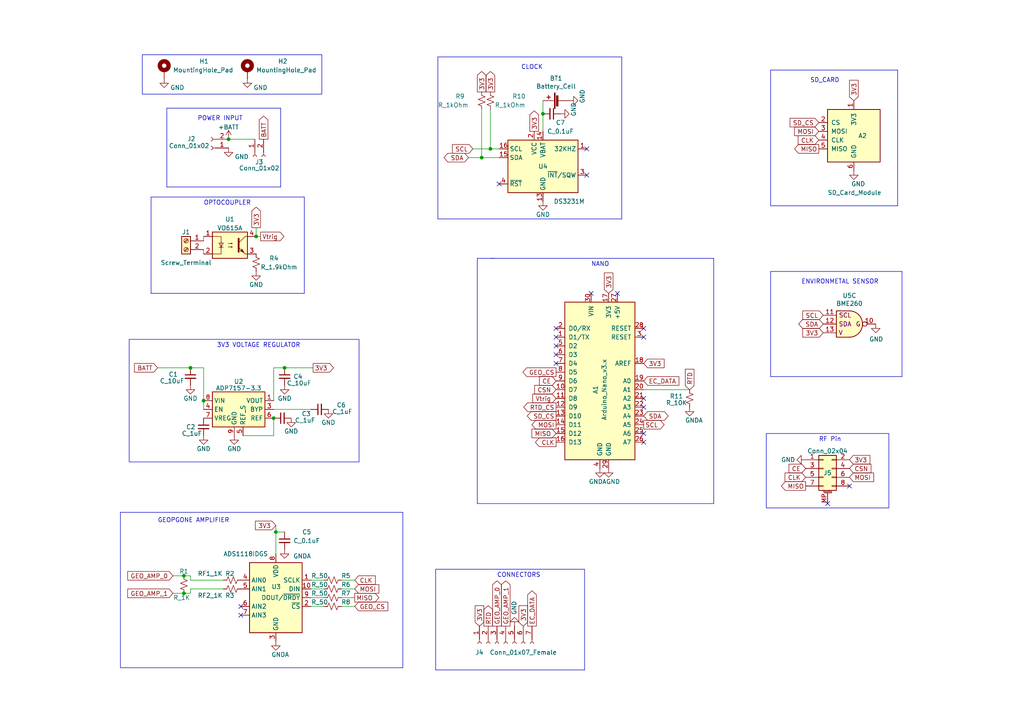
<source format=kicad_sch>
(kicad_sch (version 20230121) (generator eeschema)
  (paper "A4")
  (title_block (title "PENETROMETER BOARD") (date "2023-05-05") (company "ARTS LAB"))
  (lib_symbols
    (symbol "4xxx:4023" (pin_names (offset 1.016))
      (property "Reference" "U" (at 0 1.27 0))
      (property "Value" "4023" (at 0 -1.27 0))
      (symbol "4023_1_1"
        (arc (start 0 -3.81) (mid 3.7934 0) (end 0 3.81) (stroke (width 0.254)) (fill (type background)))
        (polyline (pts (xy 0 3.81) (xy -3.81 3.81) (xy -3.81 -3.81) (xy 0 -3.81)) (stroke (width 0.254)) (fill (type background)))
        (pin input line (at -7.62 2.54 0) (length 3.81) (name "~") (number "1"))
        (pin input line (at -7.62 0 0) (length 3.81) (name "~") (number "2"))
        (pin input line (at -7.62 -2.54 0) (length 3.81) (name "~") (number "8"))
        (pin output inverted (at 7.62 0 180) (length 3.81) (name "~") (number "9"))
      )
      (symbol "4023_1_2"
        (arc (start -3.81 -3.81) (mid -2.589 0) (end -3.81 3.81) (stroke (width 0.254)))
        (arc (start -0.6096 -3.81) (mid 2.1842 -2.5851) (end 3.81 0) (stroke (width 0.254)) (fill (type background)))
        (polyline (pts (xy -3.81 -3.81) (xy -0.635 -3.81)) (stroke (width 0.254)) (fill (type background)))
        (polyline (pts (xy -3.81 3.81) (xy -0.635 3.81)) (stroke (width 0.254)) (fill (type background)))
        (polyline (pts (xy -0.635 3.81) (xy -3.81 3.81) (xy -3.81 3.81) (xy -3.556 3.4036) (xy -3.0226 2.2606) (xy -2.6924 1.0414) (xy -2.6162 -0.254) (xy -2.7686 -1.4986) (xy -3.175 -2.7178) (xy -3.81 -3.81) (xy -3.81 -3.81) (xy -0.635 -3.81)) (stroke (width -25.4)) (fill (type background)))
        (arc (start 3.81 0) (mid 2.1915 2.5936) (end -0.6096 3.81) (stroke (width 0.254)) (fill (type background)))
        (pin input inverted (at -7.62 2.54 0) (length 4.318) (name "~") (number "1"))
        (pin input inverted (at -7.62 0 0) (length 4.953) (name "~") (number "2"))
        (pin input inverted (at -7.62 -2.54 0) (length 4.318) (name "~") (number "8"))
        (pin output line (at 7.62 0 180) (length 3.81) (name "~") (number "9"))
      )
      (symbol "4023_2_1"
        (arc (start 0 -3.81) (mid 3.7934 0) (end 0 3.81) (stroke (width 0.254)) (fill (type background)))
        (polyline (pts (xy 0 3.81) (xy -3.81 3.81) (xy -3.81 -3.81) (xy 0 -3.81)) (stroke (width 0.254)) (fill (type background)))
        (pin input line (at -7.62 2.54 0) (length 3.81) (name "~") (number "3"))
        (pin input line (at -7.62 0 0) (length 3.81) (name "~") (number "4"))
        (pin input line (at -7.62 -2.54 0) (length 3.81) (name "~") (number "5"))
        (pin output inverted (at 7.62 0 180) (length 3.81) (name "~") (number "6"))
      )
      (symbol "4023_2_2"
        (arc (start -3.81 -3.81) (mid -2.589 0) (end -3.81 3.81) (stroke (width 0.254)))
        (arc (start -0.6096 -3.81) (mid 2.1842 -2.5851) (end 3.81 0) (stroke (width 0.254)) (fill (type background)))
        (polyline (pts (xy -3.81 -3.81) (xy -0.635 -3.81)) (stroke (width 0.254)) (fill (type background)))
        (polyline (pts (xy -3.81 3.81) (xy -0.635 3.81)) (stroke (width 0.254)) (fill (type background)))
        (polyline (pts (xy -0.635 3.81) (xy -3.81 3.81) (xy -3.81 3.81) (xy -3.556 3.4036) (xy -3.0226 2.2606) (xy -2.6924 1.0414) (xy -2.6162 -0.254) (xy -2.7686 -1.4986) (xy -3.175 -2.7178) (xy -3.81 -3.81) (xy -3.81 -3.81) (xy -0.635 -3.81)) (stroke (width -25.4)) (fill (type background)))
        (arc (start 3.81 0) (mid 2.1915 2.5936) (end -0.6096 3.81) (stroke (width 0.254)) (fill (type background)))
        (pin input inverted (at -7.62 2.54 0) (length 4.318) (name "~") (number "3"))
        (pin input inverted (at -7.62 0 0) (length 4.953) (name "~") (number "4"))
        (pin input inverted (at -7.62 -2.54 0) (length 4.318) (name "~") (number "5"))
        (pin output line (at 7.62 0 180) (length 3.81) (name "~") (number "6"))
      )
      (symbol "4023_3_1"
        (arc (start 0 -3.81) (mid 3.7934 0) (end 0 3.81) (stroke (width 0.254)) (fill (type background)))
        (polyline (pts (xy 0 3.81) (xy -3.81 3.81) (xy -3.81 -3.81) (xy 0 -3.81)) (stroke (width 0.254)) (fill (type background)))
        (pin output inverted (at 7.62 0 180) (length 3.81) (name "~") (number "10"))
        (pin input line (at -7.62 2.54 0) (length 3.81) (name "~") (number "11"))
        (pin input line (at -7.62 0 0) (length 3.81) (name "~") (number "12"))
        (pin input line (at -7.62 -2.54 0) (length 3.81) (name "~") (number "13"))
      )
      (symbol "4023_3_2"
        (arc (start -3.81 -3.81) (mid -2.589 0) (end -3.81 3.81) (stroke (width 0.254)))
        (arc (start -0.6096 -3.81) (mid 2.1842 -2.5851) (end 3.81 0) (stroke (width 0.254)) (fill (type background)))
        (polyline (pts (xy -3.81 -3.81) (xy -0.635 -3.81)) (stroke (width 0.254)) (fill (type background)))
        (polyline (pts (xy -3.81 3.81) (xy -0.635 3.81)) (stroke (width 0.254)) (fill (type background)))
        (polyline (pts (xy -0.635 3.81) (xy -3.81 3.81) (xy -3.81 3.81) (xy -3.556 3.4036) (xy -3.0226 2.2606) (xy -2.6924 1.0414) (xy -2.6162 -0.254) (xy -2.7686 -1.4986) (xy -3.175 -2.7178) (xy -3.81 -3.81) (xy -3.81 -3.81) (xy -0.635 -3.81)) (stroke (width -25.4)) (fill (type background)))
        (arc (start 3.81 0) (mid 2.1915 2.5936) (end -0.6096 3.81) (stroke (width 0.254)) (fill (type background)))
        (pin output line (at 7.62 0 180) (length 3.81) (name "~") (number "10"))
        (pin input inverted (at -7.62 2.54 0) (length 4.318) (name "~") (number "11"))
        (pin input inverted (at -7.62 0 0) (length 4.953) (name "~") (number "12"))
        (pin input inverted (at -7.62 -2.54 0) (length 4.318) (name "~") (number "13"))
      )
      (symbol "4023_4_0"
        (pin power_in line (at 0 12.7 270) (length 5.08) (name "VDD") (number "14"))
        (pin power_in line (at 0 -12.7 90) (length 5.08) (name "VSS") (number "7"))
      )
      (symbol "4023_4_1"
        (rectangle (start -5.08 7.62) (end 5.08 -7.62) (stroke (width 0.254)) (fill (type background)))
      )
    )
    (symbol "Analog_ADC:ADS1118IDGS"
      (property "Reference" "U" (at 1.27 13.97 0))
      (property "Value" "ADS1118IDGS" (at 1.27 11.43 0))
      (symbol "ADS1118IDGS_0_1"
        (rectangle (start 7.62 10.16) (end -7.62 -10.16) (stroke (width 0.254)) (fill (type background)))
      )
      (symbol "ADS1118IDGS_1_1"
        (pin input line (at 10.16 5.08 180) (length 2.54) (name "SCLK") (number "1"))
        (pin input line (at 10.16 2.54 180) (length 2.54) (name "DIN") (number "10"))
        (pin input line (at 10.16 -2.54 180) (length 2.54) (name "~{CS}") (number "2"))
        (pin power_in line (at 0 -12.7 90) (length 2.54) (name "GND") (number "3"))
        (pin input line (at -10.16 5.08 0) (length 2.54) (name "AIN0") (number "4"))
        (pin input line (at -10.16 2.54 0) (length 2.54) (name "AIN1") (number "5"))
        (pin input line (at -10.16 -2.54 0) (length 2.54) (name "AIN2") (number "6"))
        (pin input line (at -10.16 -5.08 0) (length 2.54) (name "AIN3") (number "7"))
        (pin power_in line (at 0 12.7 270) (length 2.54) (name "VDD") (number "8"))
        (pin output line (at 10.16 0 180) (length 2.54) (name "DOUT/~{DRDY}") (number "9"))
      )
    )
    (symbol "Connector:Conn_01x02_Female" (pin_names (offset 1.016) hide)
      (property "Reference" "J" (at 0 2.54 0))
      (property "Value" "Conn_01x02_Female" (at 0 -5.08 0))
      (symbol "Conn_01x02_Female_1_1"
        (arc (start 0 -2.032) (mid -0.5058 -2.54) (end 0 -3.048) (stroke (width 0.1524)))
        (polyline (pts (xy -1.27 -2.54) (xy -0.508 -2.54)) (stroke (width 0.1524)))
        (polyline (pts (xy -1.27 0) (xy -0.508 0)) (stroke (width 0.1524)))
        (arc (start 0 0.508) (mid -0.5058 0) (end 0 -0.508) (stroke (width 0.1524)))
        (pin passive line (at -5.08 0 0) (length 3.81) (name "Pin_1") (number "1"))
        (pin passive line (at -5.08 -2.54 0) (length 3.81) (name "Pin_2") (number "2"))
      )
    )
    (symbol "Connector:Conn_01x07_Female" (pin_names (offset 1.016) hide)
      (property "Reference" "J" (at 0 10.16 0))
      (property "Value" "Conn_01x07_Female" (at 0 -10.16 0))
      (symbol "Conn_01x07_Female_1_1"
        (arc (start 0 -7.112) (mid -0.5058 -7.62) (end 0 -8.128) (stroke (width 0.1524)))
        (arc (start 0 -4.572) (mid -0.5058 -5.08) (end 0 -5.588) (stroke (width 0.1524)))
        (arc (start 0 -2.032) (mid -0.5058 -2.54) (end 0 -3.048) (stroke (width 0.1524)))
        (polyline (pts (xy -1.27 -7.62) (xy -0.508 -7.62)) (stroke (width 0.1524)))
        (polyline (pts (xy -1.27 -5.08) (xy -0.508 -5.08)) (stroke (width 0.1524)))
        (polyline (pts (xy -1.27 -2.54) (xy -0.508 -2.54)) (stroke (width 0.1524)))
        (polyline (pts (xy -1.27 0) (xy -0.508 0)) (stroke (width 0.1524)))
        (polyline (pts (xy -1.27 2.54) (xy -0.508 2.54)) (stroke (width 0.1524)))
        (polyline (pts (xy -1.27 5.08) (xy -0.508 5.08)) (stroke (width 0.1524)))
        (polyline (pts (xy -1.27 7.62) (xy -0.508 7.62)) (stroke (width 0.1524)))
        (arc (start 0 0.508) (mid -0.5058 0) (end 0 -0.508) (stroke (width 0.1524)))
        (arc (start 0 3.048) (mid -0.5058 2.54) (end 0 2.032) (stroke (width 0.1524)))
        (arc (start 0 5.588) (mid -0.5058 5.08) (end 0 4.572) (stroke (width 0.1524)))
        (arc (start 0 8.128) (mid -0.5058 7.62) (end 0 7.112) (stroke (width 0.1524)))
        (pin passive line (at -5.08 7.62 0) (length 3.81) (name "Pin_1") (number "1"))
        (pin passive line (at -5.08 5.08 0) (length 3.81) (name "Pin_2") (number "2"))
        (pin passive line (at -5.08 2.54 0) (length 3.81) (name "Pin_3") (number "3"))
        (pin passive line (at -5.08 0 0) (length 3.81) (name "Pin_4") (number "4"))
        (pin passive line (at -5.08 -2.54 0) (length 3.81) (name "Pin_5") (number "5"))
        (pin passive line (at -5.08 -5.08 0) (length 3.81) (name "Pin_6") (number "6"))
        (pin passive line (at -5.08 -7.62 0) (length 3.81) (name "Pin_7") (number "7"))
      )
    )
    (symbol "Connector:Screw_Terminal_01x02" (pin_names (offset 1.016) hide)
      (property "Reference" "J" (at 0 2.54 0))
      (property "Value" "Screw_Terminal_01x02" (at 0 -5.08 0))
      (symbol "Screw_Terminal_01x02_1_1"
        (rectangle (start -1.27 1.27) (end 1.27 -3.81) (stroke (width 0.254)) (fill (type background)))
        (circle (center 0 -2.54) (radius 0.635) (stroke (width 0.1524)))
        (polyline (pts (xy -0.5334 -2.2098) (xy 0.3302 -3.048)) (stroke (width 0.1524)))
        (polyline (pts (xy -0.5334 0.3302) (xy 0.3302 -0.508)) (stroke (width 0.1524)))
        (polyline (pts (xy -0.3556 -2.032) (xy 0.508 -2.8702)) (stroke (width 0.1524)))
        (polyline (pts (xy -0.3556 0.508) (xy 0.508 -0.3302)) (stroke (width 0.1524)))
        (circle (center 0 0) (radius 0.635) (stroke (width 0.1524)))
        (pin passive line (at -5.08 0 0) (length 3.81) (name "Pin_1") (number "1"))
        (pin passive line (at -5.08 -2.54 0) (length 3.81) (name "Pin_2") (number "2"))
      )
    )
    (symbol "Connector_Generic_MountingPin:Conn_02x04_Odd_Even_MountingPin" (pin_names (offset 1.016) hide)
      (property "Reference" "J" (at 1.27 5.08 0))
      (property "Value" "Conn_02x04_Odd_Even_MountingPin" (at 2.54 -7.62 0))
      (symbol "Conn_02x04_Odd_Even_MountingPin_1_1"
        (rectangle (start -1.27 -4.953) (end 0 -5.207) (stroke (width 0.1524)))
        (rectangle (start -1.27 -2.413) (end 0 -2.667) (stroke (width 0.1524)))
        (rectangle (start -1.27 0.127) (end 0 -0.127) (stroke (width 0.1524)))
        (rectangle (start -1.27 2.667) (end 0 2.413) (stroke (width 0.1524)))
        (rectangle (start -1.27 3.81) (end 3.81 -6.35) (stroke (width 0.254)) (fill (type background)))
        (polyline (pts (xy 0.254 -7.112) (xy 2.286 -7.112)) (stroke (width 0.1524)))
        (rectangle (start 3.81 -4.953) (end 2.54 -5.207) (stroke (width 0.1524)))
        (rectangle (start 3.81 -2.413) (end 2.54 -2.667) (stroke (width 0.1524)))
        (rectangle (start 3.81 0.127) (end 2.54 -0.127) (stroke (width 0.1524)))
        (rectangle (start 3.81 2.667) (end 2.54 2.413) (stroke (width 0.1524)))
        (text "Mounting" (at 1.27 -6.731 0) (effects (font (size 0.381 0.381))))
        (pin passive line (at -5.08 2.54 0) (length 3.81) (name "Pin_1") (number "1"))
        (pin passive line (at 7.62 2.54 180) (length 3.81) (name "Pin_2") (number "2"))
        (pin passive line (at -5.08 0 0) (length 3.81) (name "Pin_3") (number "3"))
        (pin passive line (at 7.62 0 180) (length 3.81) (name "Pin_4") (number "4"))
        (pin passive line (at -5.08 -2.54 0) (length 3.81) (name "Pin_5") (number "5"))
        (pin passive line (at 7.62 -2.54 180) (length 3.81) (name "Pin_6") (number "6"))
        (pin passive line (at -5.08 -5.08 0) (length 3.81) (name "Pin_7") (number "7"))
        (pin passive line (at 7.62 -5.08 180) (length 3.81) (name "Pin_8") (number "8"))
        (pin passive line (at 1.27 -10.16 90) (length 3.048) (name "MountPin") (number "MP"))
      )
    )
    (symbol "Device:Battery_Cell" (pin_numbers hide) (pin_names (offset 0) hide)
      (property "Reference" "BT" (at 2.54 2.54 0))
      (property "Value" "Battery_Cell" (at 2.54 0 0))
      (symbol "Battery_Cell_0_1"
        (rectangle (start -2.286 1.778) (end 2.286 1.524) (fill (type outline)))
        (rectangle (start -1.5748 1.1938) (end 1.4732 0.6858) (fill (type outline)))
        (polyline (pts (xy 0 0.762) (xy 0 0)))
        (polyline (pts (xy 0 1.778) (xy 0 2.54)))
        (polyline (pts (xy 0.508 3.429) (xy 1.524 3.429)) (stroke (width 0.254)))
        (polyline (pts (xy 1.016 3.937) (xy 1.016 2.921)) (stroke (width 0.254)))
      )
      (symbol "Battery_Cell_1_1"
        (pin passive line (at 0 5.08 270) (length 2.54) (name "+") (number "1"))
        (pin passive line (at 0 -2.54 90) (length 2.54) (name "-") (number "2"))
      )
    )
    (symbol "Device:C_Small" (pin_numbers hide) (pin_names (offset 0.254) hide)
      (property "Reference" "C" (at 0.254 1.778 0))
      (property "Value" "C_Small" (at 0.254 -2.032 0))
      (symbol "C_Small_0_1"
        (polyline (pts (xy -1.524 -0.508) (xy 1.524 -0.508)) (stroke (width 0.3302)))
        (polyline (pts (xy -1.524 0.508) (xy 1.524 0.508)) (stroke (width 0.3048)))
      )
      (symbol "C_Small_1_1"
        (pin passive line (at 0 2.54 270) (length 2.032) (name "~") (number "1"))
        (pin passive line (at 0 -2.54 90) (length 2.032) (name "~") (number "2"))
      )
    )
    (symbol "Device:R_Small_US" (pin_numbers hide) (pin_names (offset 0.254) hide)
      (property "Reference" "R" (at 0.762 0.508 0))
      (property "Value" "R_Small_US" (at 0.762 -1.016 0))
      (symbol "R_Small_US_1_1"
        (polyline (pts (xy 0 0) (xy 1.016 -0.381) (xy 0 -0.762) (xy -1.016 -1.143) (xy 0 -1.524)))
        (polyline (pts (xy 0 1.524) (xy 1.016 1.143) (xy 0 0.762) (xy -1.016 0.381) (xy 0 0)))
        (pin passive line (at 0 2.54 270) (length 1.016) (name "~") (number "1"))
        (pin passive line (at 0 -2.54 90) (length 1.016) (name "~") (number "2"))
      )
    )
    (symbol "Isolator:VO615A" (pin_names (offset 0.762))
      (property "Reference" "U" (at 0 7.62 0))
      (property "Value" "VO615A" (at 0 5.08 0))
      (symbol "VO615A_0_1"
        (rectangle (start -5.08 3.81) (end 5.08 -3.81) (stroke (width 0.254)) (fill (type background)))
        (polyline (pts (xy -3.175 -0.635) (xy -1.905 -0.635)))
        (polyline (pts (xy 2.54 0.635) (xy 4.445 2.54)))
        (polyline (pts (xy 4.445 -2.54) (xy 2.54 -0.635)) (fill (type outline)))
        (polyline (pts (xy 4.445 -2.54) (xy 5.08 -2.54)))
        (polyline (pts (xy 4.445 2.54) (xy 5.08 2.54)))
        (polyline (pts (xy 2.54 1.905) (xy 2.54 -1.905) (xy 2.54 -1.905)) (stroke (width 0.508)))
        (polyline (pts (xy -5.08 2.54) (xy -2.54 2.54) (xy -2.54 -2.54) (xy -5.08 -2.54)))
        (polyline (pts (xy -2.54 -0.635) (xy -3.175 0.635) (xy -1.905 0.635) (xy -2.54 -0.635)))
        (polyline (pts (xy -0.508 -0.508) (xy 0.762 -0.508) (xy 0.381 -0.635) (xy 0.381 -0.381) (xy 0.762 -0.508)))
        (polyline (pts (xy -0.508 0.508) (xy 0.762 0.508) (xy 0.381 0.381) (xy 0.381 0.635) (xy 0.762 0.508)))
        (polyline (pts (xy 3.048 -1.651) (xy 3.556 -1.143) (xy 4.064 -2.159) (xy 3.048 -1.651) (xy 3.048 -1.651)) (fill (type outline)))
      )
      (symbol "VO615A_1_1"
        (pin passive line (at -7.62 2.54 0) (length 2.54) (name "~") (number "1"))
        (pin passive line (at -7.62 -2.54 0) (length 2.54) (name "~") (number "2"))
        (pin passive line (at 7.62 -2.54 180) (length 2.54) (name "~") (number "3"))
        (pin passive line (at 7.62 2.54 180) (length 2.54) (name "~") (number "4"))
      )
    )
    (symbol "Mechanical:MountingHole_Pad" (pin_numbers hide) (pin_names (offset 1.016) hide)
      (property "Reference" "H" (at 0 6.35 0))
      (property "Value" "MountingHole_Pad" (at 0 4.445 0))
      (symbol "MountingHole_Pad_0_1"
        (circle (center 0 1.27) (radius 1.27) (stroke (width 1.27)))
      )
      (symbol "MountingHole_Pad_1_1"
        (pin input line (at 0 -2.54 90) (length 2.54) (name "1") (number "1"))
      )
    )
    (symbol "Regulator_Linear:ADP7142ARDZ-3.3"
      (property "Reference" "U5" (at 0 8.0899 0))
      (property "Value" "ADP7157-3.3" (at 0 6.1689 0))
      (symbol "ADP7142ARDZ-3.3_0_1"
        (rectangle (start -7.62 5.08) (end 7.62 -5.08) (stroke (width 0.254)) (fill (type background)))
      )
      (symbol "ADP7142ARDZ-3.3_1_1"
        (pin power_out line (at 10.16 2.54 180) (length 2.54) (name "VOUT") (number "1"))
        (pin passive line (at 10.16 2.54 180) (length 2.54) hide (name "VOUT") (number "2"))
        (pin input line (at 10.16 0 180) (length 2.54) (name "BYP") (number "3"))
        (pin power_in line (at -10.16 0 0) (length 2.54) (name "EN") (number "4"))
        (pin input line (at 1.27 -7.62 90) (length 2.54) (name "REF_S") (number "5"))
        (pin passive line (at 10.16 -2.54 180) (length 2.54) (name "REF") (number "6"))
        (pin passive line (at -10.16 -2.54 0) (length 2.54) (name "VREG") (number "7"))
        (pin power_in line (at -10.16 2.54 0) (length 2.54) (name "VIN") (number "8"))
        (pin power_in line (at -1.27 -7.62 90) (length 2.54) (name "GND") (number "9"))
      )
    )
    (symbol "Timer_RTC:DS3231M"
      (property "Reference" "U" (at -7.62 8.89 0))
      (property "Value" "DS3231M" (at 10.16 8.89 0))
      (symbol "DS3231M_0_1"
        (rectangle (start -10.16 7.62) (end 10.16 -7.62) (stroke (width 0.254)) (fill (type background)))
      )
      (symbol "DS3231M_1_1"
        (pin open_collector line (at 12.7 5.08 180) (length 2.54) (name "32KHZ") (number "1"))
        (pin passive line (at 0 -10.16 90) (length 2.54) hide (name "GND") (number "10"))
        (pin passive line (at 0 -10.16 90) (length 2.54) hide (name "GND") (number "11"))
        (pin passive line (at 0 -10.16 90) (length 2.54) hide (name "GND") (number "12"))
        (pin power_in line (at 0 -10.16 90) (length 2.54) (name "GND") (number "13"))
        (pin power_in line (at 0 10.16 270) (length 2.54) (name "VBAT") (number "14"))
        (pin bidirectional line (at -12.7 2.54 0) (length 2.54) (name "SDA") (number "15"))
        (pin input line (at -12.7 5.08 0) (length 2.54) (name "SCL") (number "16"))
        (pin power_in line (at -2.54 10.16 270) (length 2.54) (name "VCC") (number "2"))
        (pin open_collector line (at 12.7 -2.54 180) (length 2.54) (name "~{INT}/SQW") (number "3"))
        (pin bidirectional line (at -12.7 -5.08 0) (length 2.54) (name "~{RST}") (number "4"))
        (pin passive line (at 0 -10.16 90) (length 2.54) hide (name "GND") (number "5"))
        (pin passive line (at 0 -10.16 90) (length 2.54) hide (name "GND") (number "6"))
        (pin passive line (at 0 -10.16 90) (length 2.54) hide (name "GND") (number "7"))
        (pin passive line (at 0 -10.16 90) (length 2.54) hide (name "GND") (number "8"))
        (pin passive line (at 0 -10.16 90) (length 2.54) hide (name "GND") (number "9"))
      )
    )
    (symbol "power:+BATT" (power) (pin_names (offset 0))
      (property "Value" "+BATT" (at 0 3.556 0))
      (symbol "+BATT_0_1"
        (polyline (pts (xy -0.762 1.27) (xy 0 2.54)))
        (polyline (pts (xy 0 0) (xy 0 2.54)))
        (polyline (pts (xy 0 2.54) (xy 0.762 1.27)))
      )
      (symbol "+BATT_1_1"
        (pin power_in line (at 0 0 90) (length 0) hide (name "+BATT") (number "1"))
      )
    )
    (symbol "power:GND" (power) (pin_names (offset 0))
      (property "Value" "GND" (at 0 -3.81 0))
      (symbol "GND_0_1"
        (polyline (pts (xy 0 0) (xy 0 -1.27) (xy 1.27 -1.27) (xy 0 -2.54) (xy -1.27 -1.27) (xy 0 -1.27)))
      )
      (symbol "GND_1_1"
        (pin power_in line (at 0 0 270) (length 0) hide (name "GND") (number "1"))
      )
    )
    (symbol "power:GNDA" (power) (pin_names (offset 0))
      (property "Value" "GNDA" (at 0 -3.81 0))
      (symbol "GNDA_0_1"
        (polyline (pts (xy 0 0) (xy 0 -1.27) (xy 1.27 -1.27) (xy 0 -2.54) (xy -1.27 -1.27) (xy 0 -1.27)))
      )
      (symbol "GNDA_1_1"
        (pin power_in line (at 0 0 270) (length 0) hide (name "GNDA") (number "1"))
      )
    )
    (symbol "smart-penetrometer-update-rescue:Arduino_Nano_v3.x-MCU_Module-kitest-rescue-smart-penetrometer-rescue-smart-penetrometer-update-rescue" (pin_names (offset 1.016))
      (property "Reference" "A" (at -5.08 26.035 0))
      (property "Value" "Arduino_Nano_v3.x-MCU_Module-kitest-rescue-smart-penetrometer-rescue-smart-penetrometer-update-rescue" (at -5.08 24.13 0))
      (symbol "Arduino_Nano_v3.x-MCU_Module-kitest-rescue-smart-penetrometer-rescue-smart-penetrometer-update-rescue_0_1"
        (rectangle (start -10.16 22.86) (end 10.16 -22.86) (stroke (width 0.254)) (fill (type background)))
      )
      (symbol "Arduino_Nano_v3.x-MCU_Module-kitest-rescue-smart-penetrometer-rescue-smart-penetrometer-update-rescue_1_1"
        (pin bidirectional line (at -12.7 12.7 0) (length 2.54) (name "D1/TX") (number "1"))
        (pin bidirectional line (at -12.7 -2.54 0) (length 2.54) (name "D7") (number "10"))
        (pin bidirectional line (at -12.7 -5.08 0) (length 2.54) (name "D8") (number "11"))
        (pin bidirectional line (at -12.7 -7.62 0) (length 2.54) (name "D9") (number "12"))
        (pin bidirectional line (at -12.7 -10.16 0) (length 2.54) (name "D10") (number "13"))
        (pin bidirectional line (at -12.7 -12.7 0) (length 2.54) (name "D11") (number "14"))
        (pin bidirectional line (at -12.7 -15.24 0) (length 2.54) (name "D12") (number "15"))
        (pin bidirectional line (at -12.7 -17.78 0) (length 2.54) (name "D13") (number "16"))
        (pin power_out line (at 2.54 25.4 270) (length 2.54) (name "3V3") (number "17"))
        (pin input line (at 12.7 5.08 180) (length 2.54) (name "AREF") (number "18"))
        (pin bidirectional line (at 12.7 0 180) (length 2.54) (name "A0") (number "19"))
        (pin bidirectional line (at -12.7 15.24 0) (length 2.54) (name "D0/RX") (number "2"))
        (pin bidirectional line (at 12.7 -2.54 180) (length 2.54) (name "A1") (number "20"))
        (pin bidirectional line (at 12.7 -5.08 180) (length 2.54) (name "A2") (number "21"))
        (pin bidirectional line (at 12.7 -7.62 180) (length 2.54) (name "A3") (number "22"))
        (pin bidirectional line (at 12.7 -10.16 180) (length 2.54) (name "A4") (number "23"))
        (pin bidirectional line (at 12.7 -12.7 180) (length 2.54) (name "A5") (number "24"))
        (pin bidirectional line (at 12.7 -15.24 180) (length 2.54) (name "A6") (number "25"))
        (pin bidirectional line (at 12.7 -17.78 180) (length 2.54) (name "A7") (number "26"))
        (pin power_out line (at 5.08 25.4 270) (length 2.54) (name "+5V") (number "27"))
        (pin input line (at 12.7 15.24 180) (length 2.54) (name "RESET") (number "28"))
        (pin power_in line (at 2.54 -25.4 90) (length 2.54) (name "GND") (number "29"))
        (pin input line (at 12.7 12.7 180) (length 2.54) (name "RESET") (number "3"))
        (pin power_in line (at -2.54 25.4 270) (length 2.54) (name "VIN") (number "30"))
        (pin power_in line (at 0 -25.4 90) (length 2.54) (name "GND") (number "4"))
        (pin bidirectional line (at -12.7 10.16 0) (length 2.54) (name "D2") (number "5"))
        (pin bidirectional line (at -12.7 7.62 0) (length 2.54) (name "D3") (number "6"))
        (pin bidirectional line (at -12.7 5.08 0) (length 2.54) (name "D4") (number "7"))
        (pin bidirectional line (at -12.7 2.54 0) (length 2.54) (name "D5") (number "8"))
        (pin bidirectional line (at -12.7 0 0) (length 2.54) (name "D6") (number "9"))
      )
    )
    (symbol "smart-penetrometer-update-rescue:SD_Card_Module-Charleslabs_Parts-kitest-rescue-smart-penetrometer-rescue-smart-penetrometer-update-rescue" (pin_names (offset 1.016))
      (property "Reference" "A" (at -7.62 10.16 0))
      (property "Value" "SD_Card_Module-Charleslabs_Parts-kitest-rescue-smart-penetrometer-rescue-smart-penetrometer-update-rescue" (at 10.16 10.16 0))
      (symbol "SD_Card_Module-Charleslabs_Parts-kitest-rescue-smart-penetrometer-rescue-smart-penetrometer-update-rescue_0_1"
        (rectangle (start -7.62 7.62) (end 7.62 -7.62) (stroke (width 0.254)) (fill (type background)))
      )
      (symbol "SD_Card_Module-Charleslabs_Parts-kitest-rescue-smart-penetrometer-rescue-smart-penetrometer-update-rescue_1_1"
        (pin power_in line (at 0 10.16 270) (length 2.54) (name "3V3") (number "1"))
        (pin input line (at -10.16 3.81 0) (length 2.54) (name "CS") (number "2"))
        (pin input line (at -10.16 1.27 0) (length 2.54) (name "MOSI") (number "3"))
        (pin input line (at -10.16 -1.27 0) (length 2.54) (name "CLK") (number "4"))
        (pin tri_state line (at -10.16 -3.81 0) (length 2.54) (name "MISO") (number "5"))
        (pin power_in line (at 0 -10.16 90) (length 2.54) (name "GND") (number "6"))
      )
    )
  )
  (junction (at 59.055 116.205))
  (junction (at 79.375 121.285))
  (junction (at 82.55 106.68))
  (junction (at 142.24 43.18))
  (junction (at 53.34 167.005))
  (junction (at 157.48 33.02))
  (junction (at 66.294 40.386))
  (junction (at 74.295 68.58))
  (junction (at 53.34 172.085))
  (junction (at 80.01 154.305))
  (junction (at 55.245 106.68))
  (junction (at 139.7 45.72))
  (no_connect (at 171.45 85.09))
  (no_connect (at 246.38 140.97))
  (no_connect (at 186.69 97.79))
  (no_connect (at 240.03 146.05))
  (no_connect (at 186.69 128.27))
  (no_connect (at 161.29 105.41))
  (no_connect (at 186.69 115.57))
  (no_connect (at 179.07 85.09))
  (no_connect (at 186.69 118.11))
  (no_connect (at 161.29 100.33))
  (no_connect (at 144.78 53.34))
  (no_connect (at 161.29 97.79))
  (no_connect (at 161.29 95.25))
  (no_connect (at 170.18 43.18))
  (no_connect (at 186.69 125.73))
  (no_connect (at 69.85 178.435))
  (no_connect (at 170.18 50.8))
  (no_connect (at 161.29 102.87))
  (no_connect (at 186.69 95.25))
  (no_connect (at 69.85 175.895))
  (wire (pts (xy 79.375 116.205) (xy 79.375 106.68)))
  (wire (pts (xy 142.24 43.18) (xy 144.78 43.18)))
  (polyline (pts (xy 261.62 109.22) (xy 223.52 109.22)))
  (wire (pts (xy 80.01 152.4) (xy 80.01 154.305)))
  (wire (pts (xy 139.7 45.72) (xy 144.78 45.72)))
  (wire (pts (xy 79.375 106.68) (xy 82.55 106.68)))
  (polyline (pts (xy 180.34 63.5) (xy 180.34 16.51)))
  (polyline (pts (xy 207.01 146.05) (xy 138.43 146.05)))
  (wire (pts (xy 157.48 33.02) (xy 157.48 38.1)))
  (polyline (pts (xy 138.43 146.05) (xy 138.43 74.93)))
  (wire (pts (xy 99.06 170.815) (xy 102.87 170.815)))
  (wire (pts (xy 79.375 126.365) (xy 79.375 121.285)))
  (polyline (pts (xy 223.52 78.74) (xy 223.52 109.22)))
  (polyline (pts (xy 261.62 78.74) (xy 261.62 109.22)))
  (polyline (pts (xy 43.815 85.09) (xy 88.265 85.09)))
  (wire (pts (xy 59.055 72.39) (xy 59.055 73.66)))
  (polyline (pts (xy 223.52 59.69) (xy 260.35 59.69)))
  (wire (pts (xy 80.01 160.655) (xy 80.01 154.305)))
  (wire (pts (xy 70.485 126.365) (xy 79.375 126.365)))
  (polyline (pts (xy 48.387 31.369) (xy 48.387 54.229)))
  (wire (pts (xy 186.69 113.03) (xy 200.025 113.03)))
  (wire (pts (xy 82.55 106.68) (xy 90.805 106.68)))
  (polyline (pts (xy 260.35 20.32) (xy 223.52 20.32)))
  (polyline (pts (xy 43.815 57.15) (xy 88.265 57.15)))
  (wire (pts (xy 90.17 170.815) (xy 93.98 170.815)))
  (polyline (pts (xy 169.545 165.1) (xy 169.545 194.31)))
  (wire (pts (xy 90.17 168.275) (xy 93.98 168.275)))
  (polyline (pts (xy 81.407 31.369) (xy 48.387 31.369)))
  (polyline (pts (xy 88.265 85.09) (xy 88.265 57.15)))
  (wire (pts (xy 55.245 106.68) (xy 59.055 106.68)))
  (wire (pts (xy 79.375 118.745) (xy 90.17 118.745)))
  (wire (pts (xy 59.055 116.205) (xy 59.055 118.745)))
  (wire (pts (xy 50.165 167.005) (xy 53.34 167.005)))
  (wire (pts (xy 142.24 31.75) (xy 142.24 43.18)))
  (wire (pts (xy 74.295 68.58) (xy 75.565 68.58)))
  (wire (pts (xy 66.294 40.386) (xy 73.914 40.386)))
  (polyline (pts (xy 207.01 74.93) (xy 207.01 146.05)))
  (polyline (pts (xy 81.407 54.229) (xy 81.407 31.369)))
  (wire (pts (xy 55.245 172.085) (xy 53.34 172.085)))
  (wire (pts (xy 90.17 175.895) (xy 93.98 175.895)))
  (polyline (pts (xy 223.52 78.74) (xy 261.62 78.74)))
  (wire (pts (xy 50.165 172.085) (xy 53.34 172.085)))
  (polyline (pts (xy 126.365 165.1) (xy 169.545 165.1)))
  (polyline (pts (xy 138.43 74.93) (xy 143.51 74.93)))
  (wire (pts (xy 59.055 116.205) (xy 59.055 106.68)))
  (wire (pts (xy 137.16 43.18) (xy 142.24 43.18)))
  (polyline (pts (xy 223.52 20.32) (xy 223.52 59.69)))
  (wire (pts (xy 157.48 29.21) (xy 157.48 33.02)))
  (polyline (pts (xy 126.365 194.31) (xy 126.365 165.1)))
  (wire (pts (xy 80.01 154.305) (xy 82.55 154.305)))
  (wire (pts (xy 55.245 167.005) (xy 53.34 167.005)))
  (wire (pts (xy 99.06 173.355) (xy 102.87 173.355)))
  (polyline (pts (xy 43.815 57.15) (xy 43.815 85.09)))
  (polyline (pts (xy 169.545 194.31) (xy 126.365 194.31)))
  (polyline (pts (xy 127 16.51) (xy 180.34 16.51)))
  (wire (pts (xy 64.77 168.275) (xy 55.245 168.275)))
  (polyline (pts (xy 142.24 74.93) (xy 207.01 74.93)))
  (wire (pts (xy 55.245 168.275) (xy 55.245 167.005)))
  (polyline (pts (xy 127 16.51) (xy 127 63.5)))
  (wire (pts (xy 139.7 31.75) (xy 139.7 45.72)))
  (wire (pts (xy 64.77 170.815) (xy 55.245 170.815)))
  (wire (pts (xy 135.89 45.72) (xy 139.7 45.72)))
  (wire (pts (xy 45.72 106.68) (xy 55.245 106.68)))
  (wire (pts (xy 90.17 173.355) (xy 93.98 173.355)))
  (wire (pts (xy 74.295 66.04) (xy 74.295 68.58)))
  (wire (pts (xy 99.06 168.275) (xy 102.87 168.275)))
  (wire (pts (xy 99.06 175.895) (xy 102.87 175.895)))
  (polyline (pts (xy 48.387 54.229) (xy 81.407 54.229)))
  (polyline (pts (xy 260.35 59.69) (xy 260.35 20.32)))
  (polyline (pts (xy 127 63.5) (xy 180.34 63.5)))
  (wire (pts (xy 55.245 170.815) (xy 55.245 172.085)))
  (wire (pts (xy 59.055 68.58) (xy 59.055 69.85)))
  (rectangle (start 41.275 15.875) (end 93.345 27.305))
  (rectangle (start 37.465 98.425) (end 104.14 133.985))
  (rectangle (start 34.925 148.59) (end 116.84 193.675))
  (rectangle (start 222.25 125.73) (end 257.81 147.32))
  (text "GEOPGONE AMPLIFIER" (at 45.72 151.765 0) (effects (font (size 1.27 1.27)) (justify left bottom)))
  (text "POWER INPUT" (at 57.277 35.179 0) (effects (font (size 1.27 1.27)) (justify left bottom)))
  (text "3V3 VOLTAGE REGULATOR" (at 62.865 100.965 0) (effects (font (size 1.27 1.27)) (justify left bottom)))
  (text "NANO" (at 171.45 77.47 0) (effects (font (size 1.27 1.27)) (justify left bottom)))
  (text "CLOCK" (at 151.13 20.32 0) (effects (font (size 1.27 1.27)) (justify left bottom)))
  (text "RF Pin" (at 237.49 128.27 0) (effects (font (size 1.27 1.27)) (justify left bottom)))
  (text "CONNECTORS" (at 144.145 167.64 0) (effects (font (size 1.27 1.27)) (justify left bottom)))
  (text "SD_CARD" (at 234.95 24.13 0) (effects (font (size 1.27 1.27)) (justify left bottom)))
  (text "ENVIRONMETAL SENSOR" (at 232.41 82.55 0) (effects (font (size 1.27 1.27)) (justify left bottom)))
  (text "OPTOCOUPLER" (at 59.055 59.69 0) (effects (font (size 1.27 1.27)) (justify left bottom)))
  (global_label "SDA" (shape bidirectional) (at 135.89 45.72 180) (property "Intersheetrefs" "${INTERSHEET_REFS}" (effects hide)))
  (global_label "SCL" (shape input) (at 137.16 43.18 180) (property "Intersheetrefs" "${INTERSHEET_REFS}" (effects hide)))
  (global_label "CSN" (shape input) (at 161.29 113.03 180) (property "Intersheetrefs" "${INTERSHEET_REFS}" (effects hide)))
  (global_label "GEO_CS" (shape output) (at 161.29 107.95 180) (property "Intersheetrefs" "${INTERSHEET_REFS}" (effects hide)))
  (global_label "EC_DATA" (shape output) (at 154.305 181.61 90) (property "Intersheetrefs" "${INTERSHEET_REFS}" (effects hide)))
  (global_label "3V3" (shape output) (at 74.295 66.04 90) (property "Intersheetrefs" "${INTERSHEET_REFS}" (effects hide)))
  (global_label "CLK" (shape input) (at 233.68 138.43 180) (property "Intersheetrefs" "${INTERSHEET_REFS}" (effects hide)))
  (global_label "MOSI" (shape input) (at 237.49 38.1 180) (property "Intersheetrefs" "${INTERSHEET_REFS}" (effects hide)))
  (global_label "SCL" (shape input) (at 238.76 91.44 180) (property "Intersheetrefs" "${INTERSHEET_REFS}" (effects hide)))
  (global_label "CLK" (shape input) (at 237.49 40.64 180) (property "Intersheetrefs" "${INTERSHEET_REFS}" (effects hide)))
  (global_label "SCL" (shape output) (at 186.69 123.19 0) (property "Intersheetrefs" "${INTERSHEET_REFS}" (effects hide)))
  (global_label "3V3" (shape input) (at 139.065 181.61 90) (property "Intersheetrefs" "${INTERSHEET_REFS}" (effects hide)))
  (global_label "Vtrig" (shape output) (at 75.565 68.58 0) (property "Intersheetrefs" "${INTERSHEET_REFS}" (effects hide)))
  (global_label "3V3" (shape input) (at 186.69 105.41 0) (property "Intersheetrefs" "${INTERSHEET_REFS}" (effects hide)))
  (global_label "RTD_CS" (shape output) (at 161.29 118.11 180) (property "Intersheetrefs" "${INTERSHEET_REFS}" (effects hide)))
  (global_label "3V3" (shape input) (at 151.765 181.61 90) (property "Intersheetrefs" "${INTERSHEET_REFS}" (effects hide)))
  (global_label "EC_DATA" (shape input) (at 186.69 110.49 0) (property "Intersheetrefs" "${INTERSHEET_REFS}" (effects hide)))
  (global_label "CLK" (shape output) (at 161.29 128.27 180) (property "Intersheetrefs" "${INTERSHEET_REFS}" (effects hide)))
  (global_label "GEO_AMP_0" (shape output) (at 144.145 181.61 90) (property "Intersheetrefs" "${INTERSHEET_REFS}" (effects hide)))
  (global_label "GEO_CS" (shape input) (at 102.87 175.895 0) (property "Intersheetrefs" "${INTERSHEET_REFS}" (effects hide)))
  (global_label "MISO" (shape output) (at 102.87 173.355 0) (property "Intersheetrefs" "${INTERSHEET_REFS}" (effects hide)))
  (global_label "GEO_AMP_1" (shape output) (at 146.685 181.61 90) (property "Intersheetrefs" "${INTERSHEET_REFS}" (effects hide)))
  (global_label "3V3" (shape output) (at 139.7 26.67 90) (property "Intersheetrefs" "${INTERSHEET_REFS}" (effects hide)))
  (global_label "CLK" (shape input) (at 102.87 168.275 0) (property "Intersheetrefs" "${INTERSHEET_REFS}" (effects hide)))
  (global_label "BATT" (shape output) (at 76.454 40.386 90) (property "Intersheetrefs" "${INTERSHEET_REFS}" (effects hide)))
  (global_label "SD_CS" (shape input) (at 237.49 35.56 180) (property "Intersheetrefs" "${INTERSHEET_REFS}" (effects hide)))
  (global_label "3V3" (shape input) (at 238.76 96.52 180) (property "Intersheetrefs" "${INTERSHEET_REFS}" (effects hide)))
  (global_label "SDA" (shape bidirectional) (at 238.76 93.98 180) (property "Intersheetrefs" "${INTERSHEET_REFS}" (effects hide)))
  (global_label "MISO" (shape output) (at 233.68 140.97 180) (property "Intersheetrefs" "${INTERSHEET_REFS}" (effects hide)))
  (global_label "CSN" (shape input) (at 246.38 135.89 0) (property "Intersheetrefs" "${INTERSHEET_REFS}" (effects hide)))
  (global_label "GEO_AMP_0" (shape input) (at 50.165 167.005 180) (property "Intersheetrefs" "${INTERSHEET_REFS}" (effects hide)))
  (global_label "SD_CS" (shape output) (at 161.29 120.65 180) (property "Intersheetrefs" "${INTERSHEET_REFS}" (effects hide)))
  (global_label "RTD" (shape input) (at 200.025 113.03 90) (property "Intersheetrefs" "${INTERSHEET_REFS}" (effects hide)))
  (global_label "3V3" (shape output) (at 142.24 26.67 90) (property "Intersheetrefs" "${INTERSHEET_REFS}" (effects hide)))
  (global_label "CE" (shape input) (at 233.68 135.89 180) (property "Intersheetrefs" "${INTERSHEET_REFS}" (effects hide)))
  (global_label "GEO_AMP_1" (shape input) (at 50.165 172.085 180) (property "Intersheetrefs" "${INTERSHEET_REFS}" (effects hide)))
  (global_label "Vtrig" (shape input) (at 161.29 115.57 180) (property "Intersheetrefs" "${INTERSHEET_REFS}" (effects hide)))
  (global_label "3V3" (shape output) (at 90.805 106.68 0) (property "Intersheetrefs" "${INTERSHEET_REFS}" (effects hide)))
  (global_label "MOSI" (shape input) (at 102.87 170.815 0) (property "Intersheetrefs" "${INTERSHEET_REFS}" (effects hide)))
  (global_label "MOSI" (shape input) (at 246.38 138.43 0) (property "Intersheetrefs" "${INTERSHEET_REFS}" (effects hide)))
  (global_label "BATT" (shape input) (at 45.72 106.68 180) (property "Intersheetrefs" "${INTERSHEET_REFS}" (effects hide)))
  (global_label "3V3" (shape input) (at 247.65 29.21 90) (property "Intersheetrefs" "${INTERSHEET_REFS}" (effects hide)))
  (global_label "RTD" (shape output) (at 141.605 181.61 90) (property "Intersheetrefs" "${INTERSHEET_REFS}" (effects hide)))
  (global_label "3V3" (shape input) (at 80.01 152.4 180) (property "Intersheetrefs" "${INTERSHEET_REFS}" (effects hide)))
  (global_label "3V3" (shape output) (at 154.94 38.1 90) (property "Intersheetrefs" "${INTERSHEET_REFS}" (effects hide)))
  (global_label "CE" (shape input) (at 161.29 110.49 180) (property "Intersheetrefs" "${INTERSHEET_REFS}" (effects hide)))
  (global_label "3V3" (shape input) (at 176.53 85.09 90) (property "Intersheetrefs" "${INTERSHEET_REFS}" (effects hide)))
  (global_label "MISO" (shape input) (at 161.29 125.73 180) (property "Intersheetrefs" "${INTERSHEET_REFS}" (effects hide)))
  (global_label "MISO" (shape output) (at 237.49 43.18 180) (property "Intersheetrefs" "${INTERSHEET_REFS}" (effects hide)))
  (global_label "3V3" (shape input) (at 246.38 133.35 0) (property "Intersheetrefs" "${INTERSHEET_REFS}" (effects hide)))
  (global_label "SDA" (shape bidirectional) (at 186.69 120.65 0) (property "Intersheetrefs" "${INTERSHEET_REFS}" (effects hide)))
  (global_label "MOSI" (shape output) (at 161.29 123.19 180) (property "Intersheetrefs" "${INTERSHEET_REFS}" (effects hide)))
  (symbol (lib_id "power:GND") (at 74.295 78.74 0) (unit 1)
    (property "Reference" "#PWR08" (effects hide))
    (property "Value" "GND" (at 74.295 82.55 0))
  )
  (symbol (lib_id "Connector:Conn_01x02_Female") (at 73.914 45.466 90) (mirror x) (unit 1)
    (property "Reference" "J3" (at 75.184 46.99 90))
    (property "Value" "Conn_01x02" (at 75.184 48.768 90))
    (property "Footprint" "Connector_PinSocket_2.54mm:PinSocket_1x02_P2.54mm_Horizontal" (effects hide))
  )
  (symbol (lib_id "power:GND") (at 71.755 22.86 0) (unit 1)
    (property "Reference" "#PWR07" (effects hide))
    (property "Value" "GND" (at 75.565 25.4 0))
  )
  (symbol (lib_id "Device:Battery_Cell") (at 162.56 29.21 90) (unit 1)
    (property "Reference" "BT1" (at 161.29 22.733 90))
    (property "Value" "Battery_Cell" (at 161.29 25.0444 90))
    (property "Footprint" "kitest:battery_holder_10mm" (effects hide))
  )
  (symbol (lib_id "power:+BATT") (at 66.294 40.386 0) (unit 1)
    (property "Reference" "#PWR04" (effects hide))
    (property "Value" "+BATT" (at 66.294 36.8841 0))
  )
  (symbol (lib_id "Device:R_Small_US") (at 74.295 76.2 0) (unit 1)
    (property "Reference" "R4" (at 78.105 74.93 0) (effects (justify left)))
    (property "Value" "R_1.9kOhm" (at 75.565 77.47 0) (effects (justify left)))
    (property "Footprint" "Resistor_SMD:R_1206_3216Metric" (effects hide))
  )
  (symbol (lib_id "power:GND") (at 82.55 111.76 0) (unit 1)
    (property "Reference" "#PWR010" (effects hide))
    (property "Value" "GND" (at 82.55 115.57 0))
  )
  (symbol (lib_id "power:GND") (at 59.055 126.365 0) (unit 1)
    (property "Reference" "#PWR03" (effects hide))
    (property "Value" "GND" (at 59.055 130.175 0))
  )
  (symbol (lib_id "smart-penetrometer-update-rescue:SD_Card_Module-Charleslabs_Parts-kitest-rescue-smart-penetrometer-rescue-smart-penetrometer-update-rescue") (at 247.65 39.37 0) (unit 1)
    (property "Reference" "A2" (at 248.92 39.37 0) (effects (justify left)))
    (property "Value" "SD_Card_Module" (at 240.03 55.88 0) (effects (justify left)))
    (property "Footprint" "kitest:SD Module" (effects hide))
  )
  (symbol (lib_id "Isolator:VO615A") (at 66.675 71.12 0) (unit 1)
    (property "Reference" "U1" (at 66.675 63.6102 0))
    (property "Value" "VO615A" (at 66.675 66.1471 0))
    (property "Footprint" "footprints:Vishay_VOS615A" (effects hide))
    (property "Datasheet" "http://www.vishay.com/docs/81753/vo615a.pdf" (effects hide))
  )
  (symbol (lib_id "power:GND") (at 165.1 29.21 90) (unit 1)
    (property "Reference" "#PWR017" (effects hide))
    (property "Value" "GND" (at 168.91 27.94 0))
  )
  (symbol (lib_id "Timer_RTC:DS3231M") (at 157.48 48.26 0) (unit 1)
    (property "Reference" "U4" (at 157.48 48.26 0))
    (property "Value" "DS3231M" (at 165.1 58.42 0))
    (property "Footprint" "Package_SO:SOIC-16W_7.5x10.3mm_P1.27mm" (effects hide))
    (property "Datasheet" "http://datasheets.maximintegrated.com/en/ds/DS3231.pdf" (effects hide))
  )
  (symbol (lib_id "Device:C_Small") (at 92.71 118.745 90) (unit 1)
    (property "Reference" "C6" (at 100.33 117.475 90) (effects (justify left)))
    (property "Value" "C_1uF" (at 102.235 119.38 90) (effects (justify left)))
    (property "Footprint" "Capacitor_SMD:C_1206_3216Metric" (effects hide))
  )
  (symbol (lib_id "Connector_Generic_MountingPin:Conn_02x04_Odd_Even_MountingPin") (at 238.76 135.89 0) (unit 1)
    (property "Reference" "J5" (at 240.03 137.16 0))
    (property "Value" "Conn_02x04" (at 240.03 130.81 0))
    (property "Footprint" "Connector_PinSocket_2.54mm:PinSocket_2x04_P2.54mm_Vertical" (effects hide))
  )
  (symbol (lib_id "Connector:Screw_Terminal_01x02") (at 53.975 69.85 0) (mirror y) (unit 1)
    (property "Reference" "J1" (at 53.975 67.31 0))
    (property "Value" "Screw_Terminal" (at 53.975 76.2 0))
    (property "Footprint" "TerminalBlock:TerminalBlock_bornier-2_P5.08mm" (effects hide))
  )
  (symbol (lib_id "Connector:Conn_01x07_Female") (at 146.685 186.69 90) (mirror x) (unit 1)
    (property "Reference" "J4" (at 139.065 189.23 90))
    (property "Value" "Conn_01x07_Female" (at 151.765 189.23 90))
    (property "Footprint" "Connector_PinSocket_2.54mm:PinSocket_1x07_P2.54mm_Horizontal" (effects hide))
  )
  (symbol (lib_id "power:GND") (at 55.245 111.76 0) (unit 1)
    (property "Reference" "#PWR02" (effects hide))
    (property "Value" "GND" (at 55.245 115.57 0))
  )
  (symbol (lib_id "Analog_ADC:ADS1118IDGS") (at 80.01 173.355 0) (unit 1)
    (property "Reference" "U3" (at 78.74 170.18 0) (effects (justify left)))
    (property "Value" "ADS1118IDGS" (at 64.77 160.655 0) (effects (justify left)))
    (property "Footprint" "kitest:ADS1118_10VSSOP" (effects hide))
    (property "Datasheet" "http://www.ti.com/lit/ds/symlink/ads1118.pdf" (effects hide))
  )
  (symbol (lib_id "Device:R_Small_US") (at 96.52 173.355 270) (unit 1)
    (property "Reference" "R7" (at 100.33 172.085 90))
    (property "Value" "R_50" (at 92.71 172.085 90))
    (property "Footprint" "Resistor_SMD:R_1206_3216Metric" (effects hide))
  )
  (symbol (lib_id "power:GNDA") (at 80.01 186.055 0) (unit 1)
    (property "Reference" "#PWR09" (effects hide))
    (property "Value" "GNDA" (at 81.28 189.865 0))
  )
  (symbol (lib_id "Connector:Conn_01x02_Female") (at 61.214 42.926 180) (unit 1)
    (property "Reference" "J2" (at 55.499 40.259 0))
    (property "Value" "Conn_01x02" (at 54.864 42.291 0))
    (property "Footprint" "Connector_PinSocket_2.54mm:PinSocket_1x02_P2.54mm_Horizontal" (effects hide))
  )
  (symbol (lib_id "Device:R_Small_US") (at 53.34 169.545 0) (unit 1)
    (property "Reference" "R1" (at 53.34 165.735 0))
    (property "Value" "R_1K" (at 52.705 173.355 0))
    (property "Footprint" "Resistor_SMD:R_1206_3216Metric" (effects hide))
  )
  (symbol (lib_id "Device:R_Small_US") (at 200.025 115.57 0) (unit 1)
    (property "Reference" "R11" (at 196.215 114.935 0))
    (property "Value" "R_10K" (at 196.215 116.84 0))
    (property "Footprint" "Resistor_SMD:R_1206_3216Metric" (effects hide))
  )
  (symbol (lib_id "Device:C_Small") (at 55.245 109.22 0) (unit 1)
    (property "Reference" "C1" (at 48.895 108.585 0) (effects (justify left)))
    (property "Value" "C_10uF" (at 46.355 110.49 0) (effects (justify left)))
    (property "Footprint" "Capacitor_SMD:C_1206_3216Metric" (effects hide))
  )
  (symbol (lib_id "4xxx:4023") (at 246.38 93.98 0) (unit 3)
    (property "Reference" "U5" (at 246.38 85.725 0))
    (property "Value" "BME260" (at 246.38 88.0364 0))
    (property "Footprint" "kitest:TDS_module" (effects hide))
    (property "Datasheet" "http://www.intersil.com/content/dam/Intersil/documents/cd40/cd4011bms-12bms-23bms.pdf" (effects hide))
    (property "4" "G" (at 248.92 93.98 0))
    (property "2" "SCL" (at 245.11 91.44 0))
    (property "1" "SDA" (at 245.11 93.98 0))
    (property "3" "V" (at 243.84 96.52 0))
  )
  (symbol (lib_id "power:GNDA") (at 82.55 159.385 0) (unit 1)
    (property "Reference" "#PWR011" (effects hide))
    (property "Value" "GNDA" (at 87.63 161.29 0))
  )
  (symbol (lib_id "Device:C_Small") (at 82.55 109.22 0) (unit 1)
    (property "Reference" "C4" (at 85.09 109.22 0) (effects (justify left)))
    (property "Value" "C_10uF" (at 83.185 111.125 0) (effects (justify left)))
    (property "Footprint" "Capacitor_SMD:C_1206_3216Metric" (effects hide))
  )
  (symbol (lib_id "Device:R_Small_US") (at 67.31 168.275 270) (unit 1)
    (property "Reference" "R2" (at 66.675 166.37 90))
    (property "Value" "RF1_1K" (at 60.96 166.37 90))
    (property "Footprint" "Resistor_SMD:R_1206_3216Metric" (effects hide))
  )
  (symbol (lib_id "power:GND") (at 66.294 42.926 0) (unit 1)
    (property "Reference" "#PWR05" (effects hide))
    (property "Value" "GND" (at 70.104 45.466 0))
  )
  (symbol (lib_id "power:GNDA") (at 173.99 135.89 0) (unit 1)
    (property "Reference" "#PWR018" (effects hide))
    (property "Value" "GNDA" (at 173.355 139.7 0))
  )
  (symbol (lib_id "power:GND") (at 47.625 22.86 0) (unit 1)
    (property "Reference" "#PWR01" (effects hide))
    (property "Value" "GND" (at 51.435 25.4 0))
  )
  (symbol (lib_id "power:GND") (at 176.53 135.89 0) (unit 1)
    (property "Reference" "#PWR019" (effects hide))
    (property "Value" "GND" (at 177.8 139.7 0))
  )
  (symbol (lib_id "Device:C_Small") (at 59.055 123.825 0) (unit 1)
    (property "Reference" "C2" (at 53.975 123.825 0) (effects (justify left)))
    (property "Value" "C_1uF" (at 52.705 125.73 0) (effects (justify left)))
    (property "Footprint" "Capacitor_SMD:C_1206_3216Metric" (effects hide))
  )
  (symbol (lib_id "Mechanical:MountingHole_Pad") (at 47.625 20.32 0) (unit 1)
    (property "Reference" "H1" (at 57.785 17.78 0) (effects (justify left)))
    (property "Value" "MountingHole_Pad" (at 50.165 20.3273 0) (effects (justify left)))
    (property "Footprint" "MountingHole:MountingHole_3.2mm_M3_Pad" (effects hide))
  )
  (symbol (lib_id "Mechanical:MountingHole_Pad") (at 71.755 20.32 0) (unit 1)
    (property "Reference" "H2" (at 80.645 17.78 0) (effects (justify left)))
    (property "Value" "MountingHole_Pad" (at 74.295 20.3273 0) (effects (justify left)))
    (property "Footprint" "MountingHole:MountingHole_3.2mm_M3_Pad" (effects hide))
  )
  (symbol (lib_id "smart-penetrometer-update-rescue:Arduino_Nano_v3.x-MCU_Module-kitest-rescue-smart-penetrometer-rescue-smart-penetrometer-update-rescue") (at 173.99 110.49 0) (unit 1)
    (property "Reference" "A1" (at 172.72 113.03 90))
    (property "Value" "Arduino_Nano_v3.x" (at 175.26 113.03 90))
    (property "Footprint" "Module:Arduino_Nano" (effects hide))
    (property "Datasheet" "http://www.mouser.com/pdfdocs/Gravitech_Arduino_Nano3_0.pdf" (effects hide))
  )
  (symbol (lib_id "Regulator_Linear:ADP7142ARDZ-3.3") (at 69.215 118.745 0) (unit 1)
    (property "Reference" "U2" (at 69.215 110.6551 0))
    (property "Value" "ADP7157-3.3" (at 69.215 112.5761 0))
    (property "Footprint" "Package_SO:SOIC-8-1EP_3.9x4.9mm_P1.27mm_EP2.29x3mm" (effects hide))
    (property "Datasheet" "https://www.analog.com/media/en/technical-documentation/data-sheets/ADP7142.pdf" (effects hide))
  )
  (symbol (lib_id "power:GND") (at 149.225 181.61 180) (unit 1)
    (property "Reference" "#PWR014" (effects hide))
    (property "Value" "GND" (at 149.098 178.3588 90) (effects (justify right)))
  )
  (symbol (lib_id "Device:R_Small_US") (at 96.52 168.275 270) (unit 1)
    (property "Reference" "R5" (at 100.33 167.005 90))
    (property "Value" "R_50" (at 92.71 167.005 90))
    (property "Footprint" "Resistor_SMD:R_1206_3216Metric" (effects hide))
  )
  (symbol (lib_id "Device:R_Small_US") (at 67.31 170.815 270) (unit 1)
    (property "Reference" "R3" (at 66.675 172.72 90))
    (property "Value" "RF2_1K" (at 60.96 172.72 90))
    (property "Footprint" "Resistor_SMD:R_1206_3216Metric" (effects hide))
  )
  (symbol (lib_id "Device:C_Small") (at 81.915 121.285 90) (unit 1)
    (property "Reference" "C3" (at 90.17 120.015 90) (effects (justify left)))
    (property "Value" "C_1uF" (at 91.44 121.92 90) (effects (justify left)))
    (property "Footprint" "Capacitor_SMD:C_1206_3216Metric" (effects hide))
  )
  (symbol (lib_id "power:GND") (at 254 93.98 0) (unit 1)
    (property "Reference" "#PWR023" (effects hide))
    (property "Value" "GND" (at 254.127 98.3742 0))
  )
  (symbol (lib_id "power:GND") (at 157.48 58.42 0) (unit 1)
    (property "Reference" "#PWR015" (effects hide))
    (property "Value" "GND" (at 157.48 62.23 0))
  )
  (symbol (lib_id "Device:R_Small_US") (at 139.7 29.21 0) (unit 1)
    (property "Reference" "R9" (at 132.08 27.94 0) (effects (justify left)))
    (property "Value" "R_1kOhm" (at 127 30.48 0) (effects (justify left)))
    (property "Footprint" "Resistor_SMD:R_1206_3216Metric" (effects hide))
  )
  (symbol (lib_id "Device:C_Small") (at 160.02 33.02 270) (unit 1)
    (property "Reference" "C7" (at 162.56 35.56 90))
    (property "Value" "C_0.1uF" (at 162.56 38.1 90))
    (property "Footprint" "Capacitor_SMD:C_1206_3216Metric" (effects hide))
  )
  (symbol (lib_id "power:GNDA") (at 200.025 118.11 0) (unit 1)
    (property "Reference" "#PWR020" (effects hide))
    (property "Value" "GNDA" (at 201.295 121.92 0))
  )
  (symbol (lib_id "Device:R_Small_US") (at 96.52 175.895 270) (unit 1)
    (property "Reference" "R8" (at 100.33 174.625 90))
    (property "Value" "R_50" (at 92.71 174.625 90))
    (property "Footprint" "Resistor_SMD:R_1206_3216Metric" (effects hide))
  )
  (symbol (lib_id "power:GND") (at 247.65 49.53 0) (unit 1)
    (property "Reference" "#PWR022" (effects hide))
    (property "Value" "GND" (at 248.92 53.34 0))
  )
  (symbol (lib_id "Device:C_Small") (at 82.55 156.845 0) (unit 1)
    (property "Reference" "C5" (at 87.63 154.305 0) (effects (justify left)))
    (property "Value" "C_0.1uF" (at 85.09 156.845 0) (effects (justify left)))
    (property "Footprint" "Capacitor_SMD:C_1206_3216Metric" (effects hide))
  )
  (symbol (lib_id "power:GND") (at 162.56 33.02 90) (unit 1)
    (property "Reference" "#PWR016" (effects hide))
    (property "Value" "GND" (at 166.37 31.75 0))
  )
  (symbol (lib_id "power:GND") (at 95.25 118.745 0) (unit 1)
    (property "Reference" "#PWR013" (effects hide))
    (property "Value" "GND" (at 95.25 122.555 0))
  )
  (symbol (lib_id "Device:R_Small_US") (at 96.52 170.815 270) (unit 1)
    (property "Reference" "R6" (at 100.33 169.545 90))
    (property "Value" "R_50" (at 92.71 169.545 90))
    (property "Footprint" "Resistor_SMD:R_1206_3216Metric" (effects hide))
  )
  (symbol (lib_id "power:GND") (at 84.455 121.285 0) (unit 1)
    (property "Reference" "#PWR012" (effects hide))
    (property "Value" "GND" (at 84.455 125.095 0))
  )
  (symbol (lib_id "Device:R_Small_US") (at 142.24 29.21 0) (unit 1)
    (property "Reference" "R10" (at 148.59 27.94 0) (effects (justify left)))
    (property "Value" "R_1kOhm" (at 143.51 30.48 0) (effects (justify left)))
    (property "Footprint" "Resistor_SMD:R_1206_3216Metric" (effects hide))
  )
  (symbol (lib_id "power:GND") (at 233.68 133.35 270) (unit 1)
    (property "Reference" "#PWR021" (effects hide))
    (property "Value" "GND" (at 228.6 133.35 90))
  )
  (symbol (lib_id "power:GND") (at 67.945 126.365 0) (unit 1)
    (property "Reference" "#PWR06" (effects hide))
    (property "Value" "GND" (at 67.945 130.175 0))
  )
)
</source>
